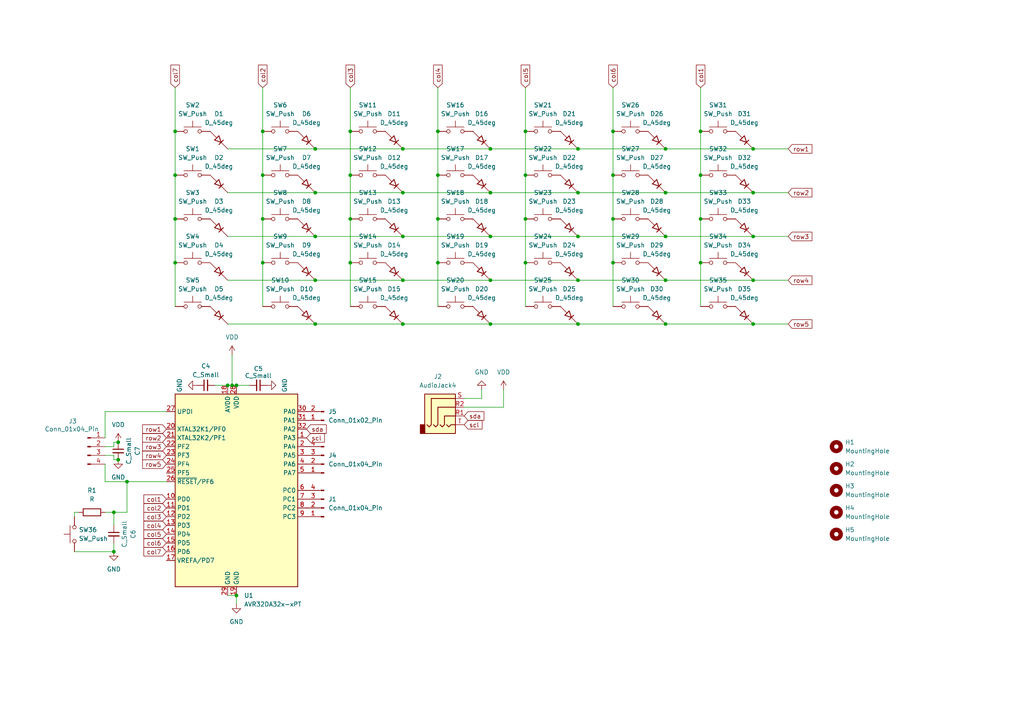
<source format=kicad_sch>
(kicad_sch (version 20231120) (generator "eeschema") (generator_version "8.0")
  (paper "A4")
  (lib_symbols
    (symbol "Connector:Conn_01x02_Pin" (pin_names (offset 1.016) hide)
      (property "Reference" "J" (at 0 2.54 0))
      (property "Value" "Conn_01x02_Pin" (at 0 -5.08 0))
      (symbol "Conn_01x02_Pin_1_1"
        (polyline (pts (xy 1.27 -2.54) (xy 0.8636 -2.54)) (stroke (width 0.1524)))
        (polyline (pts (xy 1.27 0) (xy 0.8636 0)) (stroke (width 0.1524)))
        (rectangle (start 0.8636 -2.413) (end 0 -2.667) (stroke (width 0.1524)) (fill (type outline)))
        (rectangle (start 0.8636 0.127) (end 0 -0.127) (stroke (width 0.1524)) (fill (type outline)))
        (pin passive line (at 5.08 0 180) (length 3.81) (name "Pin_1") (number "1"))
        (pin passive line (at 5.08 -2.54 180) (length 3.81) (name "Pin_2") (number "2"))
      )
    )
    (symbol "Connector:Conn_01x04_Pin" (pin_names (offset 1.016) hide)
      (property "Reference" "J" (at 0 5.08 0))
      (property "Value" "Conn_01x04_Pin" (at 0 -7.62 0))
      (symbol "Conn_01x04_Pin_1_1"
        (polyline (pts (xy 1.27 -5.08) (xy 0.8636 -5.08)) (stroke (width 0.1524)))
        (polyline (pts (xy 1.27 -2.54) (xy 0.8636 -2.54)) (stroke (width 0.1524)))
        (polyline (pts (xy 1.27 0) (xy 0.8636 0)) (stroke (width 0.1524)))
        (polyline (pts (xy 1.27 2.54) (xy 0.8636 2.54)) (stroke (width 0.1524)))
        (rectangle (start 0.8636 -4.953) (end 0 -5.207) (stroke (width 0.1524)) (fill (type outline)))
        (rectangle (start 0.8636 -2.413) (end 0 -2.667) (stroke (width 0.1524)) (fill (type outline)))
        (rectangle (start 0.8636 0.127) (end 0 -0.127) (stroke (width 0.1524)) (fill (type outline)))
        (rectangle (start 0.8636 2.667) (end 0 2.413) (stroke (width 0.1524)) (fill (type outline)))
        (pin passive line (at 5.08 2.54 180) (length 3.81) (name "Pin_1") (number "1"))
        (pin passive line (at 5.08 0 180) (length 3.81) (name "Pin_2") (number "2"))
        (pin passive line (at 5.08 -2.54 180) (length 3.81) (name "Pin_3") (number "3"))
        (pin passive line (at 5.08 -5.08 180) (length 3.81) (name "Pin_4") (number "4"))
      )
    )
    (symbol "Connector_Audio:AudioJack4"
      (property "Reference" "J" (at 0 8.89 0))
      (property "Value" "AudioJack4" (at 0 6.35 0))
      (symbol "AudioJack4_0_1"
        (rectangle (start -6.35 -5.08) (end -7.62 -7.62) (stroke (width 0.254)) (fill (type outline)))
        (polyline (pts (xy 0 -5.08) (xy 0.635 -5.715) (xy 1.27 -5.08) (xy 2.54 -5.08)) (stroke (width 0.254)))
        (polyline (pts (xy -5.715 -5.08) (xy -5.08 -5.715) (xy -4.445 -5.08) (xy -4.445 2.54) (xy 2.54 2.54)) (stroke (width 0.254)))
        (polyline (pts (xy -1.905 -5.08) (xy -1.27 -5.715) (xy -0.635 -5.08) (xy -0.635 -2.54) (xy 2.54 -2.54)) (stroke (width 0.254)))
        (polyline (pts (xy 2.54 0) (xy -2.54 0) (xy -2.54 -5.08) (xy -3.175 -5.715) (xy -3.81 -5.08)) (stroke (width 0.254)))
        (rectangle (start 2.54 3.81) (end -6.35 -7.62) (stroke (width 0.254)) (fill (type background)))
      )
      (symbol "AudioJack4_1_1"
        (pin passive line (at 5.08 -2.54 180) (length 2.54) (name "~") (number "R1"))
        (pin passive line (at 5.08 0 180) (length 2.54) (name "~") (number "R2"))
        (pin passive line (at 5.08 2.54 180) (length 2.54) (name "~") (number "S"))
        (pin passive line (at 5.08 -5.08 180) (length 2.54) (name "~") (number "T"))
      )
    )
    (symbol "Device:C_Small" (pin_numbers hide) (pin_names (offset 0.254) hide)
      (property "Reference" "C" (at 0.254 1.778 0))
      (property "Value" "C_Small" (at 0.254 -2.032 0))
      (symbol "C_Small_0_1"
        (polyline (pts (xy -1.524 -0.508) (xy 1.524 -0.508)) (stroke (width 0.3302)))
        (polyline (pts (xy -1.524 0.508) (xy 1.524 0.508)) (stroke (width 0.3048)))
      )
      (symbol "C_Small_1_1"
        (pin passive line (at 0 2.54 270) (length 2.032) (name "~") (number "1"))
        (pin passive line (at 0 -2.54 90) (length 2.032) (name "~") (number "2"))
      )
    )
    (symbol "Device:D_45deg" (pin_numbers hide) (pin_names (offset 0) hide)
      (property "Reference" "D" (at 1.27 2.54 0))
      (property "Value" "D_45deg" (at 1.27 0 0))
      (symbol "D_45deg_0_1"
        (polyline (pts (xy -0.635 0.635) (xy -2.54 2.54)))
        (polyline (pts (xy 0 -1.27) (xy 1.27 0)) (stroke (width 0.254)))
        (polyline (pts (xy 2.54 -2.54) (xy 0.635 -0.635)))
        (polyline (pts (xy -1.27 0) (xy 0 1.27) (xy 0.635 -0.635) (xy -1.27 0)) (stroke (width 0.254)))
      )
      (symbol "D_45deg_1_1"
        (pin passive line (at 2.54 -2.54 180) (length 0) (name "K") (number "1"))
        (pin passive line (at -2.54 2.54 0) (length 0) (name "A") (number "2"))
      )
    )
    (symbol "Device:R" (pin_numbers hide) (pin_names (offset 0))
      (property "Reference" "R" (at 2.032 0 90))
      (property "Value" "R" (at 0 0 90))
      (symbol "R_0_1"
        (rectangle (start -1.016 -2.54) (end 1.016 2.54) (stroke (width 0.254)))
      )
      (symbol "R_1_1"
        (pin passive line (at 0 3.81 270) (length 1.27) (name "~") (number "1"))
        (pin passive line (at 0 -3.81 90) (length 1.27) (name "~") (number "2"))
      )
    )
    (symbol "MCU_Microchip_AVR_Dx:AVR32DA32x-xPT"
      (property "Reference" "U1" (at 2.1941 -30.48 0))
      (property "Value" "AVR32DA32x-xPT" (at 2.1941 -33.02 0))
      (symbol "AVR32DA32x-xPT_0_1"
        (rectangle (start -17.78 27.94) (end 17.78 -27.94) (stroke (width 0.254)) (fill (type background)))
      )
      (symbol "AVR32DA32x-xPT_1_1"
        (pin bidirectional line (at 20.32 15.24 180) (length 2.54) (name "PA3") (number "1"))
        (pin bidirectional line (at -20.32 -2.54 0) (length 2.54) (name "PD0") (number "10"))
        (pin bidirectional line (at -20.32 -5.08 0) (length 2.54) (name "PD1") (number "11"))
        (pin bidirectional line (at -20.32 -7.62 0) (length 2.54) (name "PD2") (number "12"))
        (pin bidirectional line (at -20.32 -10.16 0) (length 2.54) (name "PD3") (number "13"))
        (pin bidirectional line (at -20.32 -12.7 0) (length 2.54) (name "PD4") (number "14"))
        (pin bidirectional line (at -20.32 -15.24 0) (length 2.54) (name "PD5") (number "15"))
        (pin bidirectional line (at -20.32 -17.78 0) (length 2.54) (name "PD6") (number "16"))
        (pin bidirectional line (at -20.32 -20.32 0) (length 2.54) (name "VREFA/PD7") (number "17"))
        (pin power_in line (at -2.54 30.48 270) (length 2.54) (name "AVDD") (number "18"))
        (pin power_in line (at 0 -30.48 90) (length 2.54) (name "GND") (number "19"))
        (pin bidirectional line (at 20.32 12.7 180) (length 2.54) (name "PA4") (number "2"))
        (pin bidirectional line (at -20.32 17.78 0) (length 2.54) (name "XTAL32K1/PF0") (number "20"))
        (pin bidirectional line (at -20.32 15.24 0) (length 2.54) (name "XTAL32K2/PF1") (number "21"))
        (pin bidirectional line (at -20.32 12.7 0) (length 2.54) (name "PF2") (number "22"))
        (pin bidirectional line (at -20.32 10.16 0) (length 2.54) (name "PF3") (number "23"))
        (pin bidirectional line (at -20.32 7.62 0) (length 2.54) (name "PF4") (number "24"))
        (pin bidirectional line (at -20.32 5.08 0) (length 2.54) (name "PF5") (number "25"))
        (pin bidirectional line (at -20.32 2.54 0) (length 2.54) (name "~{RESET}/PF6") (number "26"))
        (pin input line (at -20.32 22.86 0) (length 2.54) (name "UPDI") (number "27"))
        (pin power_in line (at 0 30.48 270) (length 2.54) (name "VDD") (number "28"))
        (pin power_in line (at -2.54 -30.48 90) (length 2.54) (name "GND") (number "29"))
        (pin bidirectional line (at 20.32 10.16 180) (length 2.54) (name "PA5") (number "3"))
        (pin bidirectional line (at 20.32 22.86 180) (length 2.54) (name "PA0") (number "30"))
        (pin bidirectional line (at 20.32 20.32 180) (length 2.54) (name "PA1") (number "31"))
        (pin bidirectional line (at 20.32 17.78 180) (length 2.54) (name "PA2") (number "32"))
        (pin bidirectional line (at 20.32 7.62 180) (length 2.54) (name "PA6") (number "4"))
        (pin bidirectional line (at 20.32 5.08 180) (length 2.54) (name "PA7") (number "5"))
        (pin bidirectional line (at 20.32 0 180) (length 2.54) (name "PC0") (number "6"))
        (pin bidirectional line (at 20.32 -2.54 180) (length 2.54) (name "PC1") (number "7"))
        (pin bidirectional line (at 20.32 -5.08 180) (length 2.54) (name "PC2") (number "8"))
        (pin bidirectional line (at 20.32 -7.62 180) (length 2.54) (name "PC3") (number "9"))
      )
    )
    (symbol "Mechanical:MountingHole" (pin_names (offset 1.016)) (exclude_from_sim yes) (in_bom no)
      (property "Reference" "H" (at 0 5.08 0))
      (property "Value" "MountingHole" (at 0 3.175 0))
      (symbol "MountingHole_0_1"
        (circle (center 0 0) (radius 1.27) (stroke (width 1.27)))
      )
    )
    (symbol "Switch:SW_Push" (pin_numbers hide) (pin_names (offset 1.016) hide)
      (property "Reference" "SW" (at 1.27 2.54 0))
      (property "Value" "SW_Push" (at 0 -1.524 0))
      (symbol "SW_Push_0_1"
        (circle (center -2.032 0) (radius 0.508))
        (polyline (pts (xy 0 1.27) (xy 0 3.048)))
        (polyline (pts (xy 2.54 1.27) (xy -2.54 1.27)))
        (circle (center 2.032 0) (radius 0.508))
        (pin passive line (at -5.08 0 0) (length 2.54) (name "1") (number "1"))
        (pin passive line (at 5.08 0 180) (length 2.54) (name "2") (number "2"))
      )
    )
    (symbol "power:GND" (power) (pin_numbers hide) (pin_names (offset 0) hide)
      (property "Value" "GND" (at 0 -3.81 0))
      (symbol "GND_0_1"
        (polyline (pts (xy 0 0) (xy 0 -1.27) (xy 1.27 -1.27) (xy 0 -2.54) (xy -1.27 -1.27) (xy 0 -1.27)))
      )
      (symbol "GND_1_1"
        (pin power_in line (at 0 0 270) (length 0) (name "~") (number "1"))
      )
    )
    (symbol "power:VDD" (power) (pin_numbers hide) (pin_names (offset 0) hide)
      (property "Value" "VDD" (at 0 3.556 0))
      (symbol "VDD_0_1"
        (polyline (pts (xy -0.762 1.27) (xy 0 2.54)))
        (polyline (pts (xy 0 0) (xy 0 2.54)))
        (polyline (pts (xy 0 2.54) (xy 0.762 1.27)))
      )
      (symbol "VDD_1_1"
        (pin power_in line (at 0 0 90) (length 0) (name "~") (number "1"))
      )
    )
  )
  (junction (at 203.2 76.2))
  (junction (at 127 38.1))
  (junction (at 218.44 93.98))
  (junction (at 167.64 93.98))
  (junction (at 127 76.2))
  (junction (at 76.2 76.2))
  (junction (at 101.6 38.1))
  (junction (at 116.84 43.18))
  (junction (at 152.4 50.8))
  (junction (at 116.84 55.88))
  (junction (at 218.44 68.58))
  (junction (at 76.2 50.8))
  (junction (at 67.31 111.76))
  (junction (at 177.8 63.5))
  (junction (at 116.84 93.98))
  (junction (at 127 63.5))
  (junction (at 177.8 50.8))
  (junction (at 50.8 50.8))
  (junction (at 218.44 81.28))
  (junction (at 116.84 68.58))
  (junction (at 152.4 76.2))
  (junction (at 167.64 55.88))
  (junction (at 152.4 38.1))
  (junction (at 218.44 55.88))
  (junction (at 203.2 63.5))
  (junction (at 193.04 93.98))
  (junction (at 177.8 76.2))
  (junction (at 203.2 50.8))
  (junction (at 167.64 68.58))
  (junction (at 91.44 81.28))
  (junction (at 203.2 38.1))
  (junction (at 50.8 38.1))
  (junction (at 76.2 38.1))
  (junction (at 101.6 76.2))
  (junction (at 127 50.8))
  (junction (at 68.58 111.76))
  (junction (at 34.29 128.27))
  (junction (at 91.44 55.88))
  (junction (at 91.44 68.58))
  (junction (at 193.04 43.18))
  (junction (at 193.04 68.58))
  (junction (at 101.6 63.5))
  (junction (at 142.24 93.98))
  (junction (at 193.04 55.88))
  (junction (at 68.58 172.72))
  (junction (at 142.24 68.58))
  (junction (at 218.44 43.18))
  (junction (at 34.29 133.35))
  (junction (at 167.64 81.28))
  (junction (at 177.8 38.1))
  (junction (at 76.2 63.5))
  (junction (at 101.6 50.8))
  (junction (at 66.04 111.76))
  (junction (at 91.44 93.98))
  (junction (at 142.24 81.28))
  (junction (at 91.44 43.18))
  (junction (at 50.8 63.5))
  (junction (at 116.84 81.28))
  (junction (at 142.24 55.88))
  (junction (at 33.02 160.02))
  (junction (at 50.8 76.2))
  (junction (at 193.04 81.28))
  (junction (at 33.02 148.59))
  (junction (at 167.64 43.18))
  (junction (at 152.4 63.5))
  (junction (at 36.83 139.7))
  (junction (at 142.24 43.18))
  (wire (pts (xy 218.44 81.28) (xy 228.6 81.28)))
  (wire (pts (xy 66.04 55.88) (xy 91.44 55.88)))
  (wire (pts (xy 116.84 93.98) (xy 142.24 93.98)))
  (wire (pts (xy 30.48 119.38) (xy 48.26 119.38)))
  (wire (pts (xy 67.31 102.87) (xy 67.31 111.76)))
  (wire (pts (xy 127 50.8) (xy 127 63.5)))
  (wire (pts (xy 50.8 76.2) (xy 50.8 88.9)))
  (wire (pts (xy 21.59 160.02) (xy 33.02 160.02)))
  (wire (pts (xy 127 38.1) (xy 127 50.8)))
  (wire (pts (xy 142.24 43.18) (xy 167.64 43.18)))
  (wire (pts (xy 203.2 50.8) (xy 203.2 63.5)))
  (wire (pts (xy 193.04 81.28) (xy 218.44 81.28)))
  (wire (pts (xy 127 25.4) (xy 127 38.1)))
  (wire (pts (xy 33.02 132.08) (xy 30.48 132.08)))
  (wire (pts (xy 33.02 128.27) (xy 34.29 128.27)))
  (wire (pts (xy 142.24 93.98) (xy 167.64 93.98)))
  (wire (pts (xy 48.26 139.7) (xy 36.83 139.7)))
  (wire (pts (xy 101.6 63.5) (xy 101.6 76.2)))
  (wire (pts (xy 116.84 81.28) (xy 142.24 81.28)))
  (wire (pts (xy 33.02 148.59) (xy 30.48 148.59)))
  (wire (pts (xy 152.4 50.8) (xy 152.4 63.5)))
  (wire (pts (xy 177.8 76.2) (xy 177.8 88.9)))
  (wire (pts (xy 62.23 111.76) (xy 66.04 111.76)))
  (wire (pts (xy 177.8 38.1) (xy 177.8 50.8)))
  (wire (pts (xy 203.2 38.1) (xy 203.2 50.8)))
  (wire (pts (xy 116.84 55.88) (xy 142.24 55.88)))
  (wire (pts (xy 193.04 55.88) (xy 218.44 55.88)))
  (wire (pts (xy 203.2 76.2) (xy 203.2 88.9)))
  (wire (pts (xy 167.64 55.88) (xy 193.04 55.88)))
  (wire (pts (xy 30.48 134.62) (xy 30.48 139.7)))
  (wire (pts (xy 66.04 43.18) (xy 91.44 43.18)))
  (wire (pts (xy 50.8 50.8) (xy 50.8 63.5)))
  (wire (pts (xy 33.02 133.35) (xy 33.02 132.08)))
  (wire (pts (xy 101.6 76.2) (xy 101.6 88.9)))
  (wire (pts (xy 66.04 111.76) (xy 67.31 111.76)))
  (wire (pts (xy 167.64 93.98) (xy 193.04 93.98)))
  (wire (pts (xy 91.44 68.58) (xy 116.84 68.58)))
  (wire (pts (xy 142.24 68.58) (xy 167.64 68.58)))
  (wire (pts (xy 218.44 93.98) (xy 228.6 93.98)))
  (wire (pts (xy 203.2 25.4) (xy 203.2 38.1)))
  (wire (pts (xy 167.64 81.28) (xy 193.04 81.28)))
  (wire (pts (xy 177.8 63.5) (xy 177.8 76.2)))
  (wire (pts (xy 152.4 76.2) (xy 152.4 88.9)))
  (wire (pts (xy 167.64 43.18) (xy 193.04 43.18)))
  (wire (pts (xy 50.8 38.1) (xy 50.8 50.8)))
  (wire (pts (xy 91.44 93.98) (xy 116.84 93.98)))
  (wire (pts (xy 36.83 148.59) (xy 36.83 139.7)))
  (wire (pts (xy 67.31 111.76) (xy 68.58 111.76)))
  (wire (pts (xy 127 76.2) (xy 127 88.9)))
  (wire (pts (xy 91.44 55.88) (xy 116.84 55.88)))
  (wire (pts (xy 66.04 68.58) (xy 91.44 68.58)))
  (wire (pts (xy 33.02 148.59) (xy 36.83 148.59)))
  (wire (pts (xy 203.2 63.5) (xy 203.2 76.2)))
  (wire (pts (xy 33.02 133.35) (xy 34.29 133.35)))
  (wire (pts (xy 193.04 68.58) (xy 218.44 68.58)))
  (wire (pts (xy 116.84 68.58) (xy 142.24 68.58)))
  (wire (pts (xy 30.48 119.38) (xy 30.48 127)))
  (wire (pts (xy 152.4 25.4) (xy 152.4 38.1)))
  (wire (pts (xy 193.04 93.98) (xy 218.44 93.98)))
  (wire (pts (xy 50.8 63.5) (xy 50.8 76.2)))
  (wire (pts (xy 91.44 43.18) (xy 116.84 43.18)))
  (wire (pts (xy 33.02 152.4) (xy 33.02 148.59)))
  (wire (pts (xy 177.8 25.4) (xy 177.8 38.1)))
  (wire (pts (xy 134.62 118.11) (xy 146.05 118.11)))
  (wire (pts (xy 218.44 55.88) (xy 228.6 55.88)))
  (wire (pts (xy 101.6 25.4) (xy 101.6 38.1)))
  (wire (pts (xy 33.02 157.48) (xy 33.02 160.02)))
  (wire (pts (xy 193.04 43.18) (xy 218.44 43.18)))
  (wire (pts (xy 22.86 148.59) (xy 21.59 148.59)))
  (wire (pts (xy 218.44 43.18) (xy 228.6 43.18)))
  (wire (pts (xy 91.44 81.28) (xy 116.84 81.28)))
  (wire (pts (xy 142.24 81.28) (xy 167.64 81.28)))
  (wire (pts (xy 139.7 115.57) (xy 139.7 113.03)))
  (wire (pts (xy 101.6 38.1) (xy 101.6 50.8)))
  (wire (pts (xy 152.4 38.1) (xy 152.4 50.8)))
  (wire (pts (xy 152.4 63.5) (xy 152.4 76.2)))
  (wire (pts (xy 146.05 118.11) (xy 146.05 113.03)))
  (wire (pts (xy 33.02 128.27) (xy 33.02 129.54)))
  (wire (pts (xy 101.6 50.8) (xy 101.6 63.5)))
  (wire (pts (xy 66.04 172.72) (xy 68.58 172.72)))
  (wire (pts (xy 218.44 68.58) (xy 228.6 68.58)))
  (wire (pts (xy 76.2 63.5) (xy 76.2 76.2)))
  (wire (pts (xy 76.2 25.4) (xy 76.2 38.1)))
  (wire (pts (xy 76.2 38.1) (xy 76.2 50.8)))
  (wire (pts (xy 50.8 25.4) (xy 50.8 38.1)))
  (wire (pts (xy 76.2 50.8) (xy 76.2 63.5)))
  (wire (pts (xy 68.58 111.76) (xy 72.39 111.76)))
  (wire (pts (xy 21.59 148.59) (xy 21.59 149.86)))
  (wire (pts (xy 142.24 55.88) (xy 167.64 55.88)))
  (wire (pts (xy 127 63.5) (xy 127 76.2)))
  (wire (pts (xy 66.04 93.98) (xy 91.44 93.98)))
  (wire (pts (xy 76.2 76.2) (xy 76.2 88.9)))
  (wire (pts (xy 167.64 68.58) (xy 193.04 68.58)))
  (wire (pts (xy 30.48 139.7) (xy 36.83 139.7)))
  (wire (pts (xy 33.02 129.54) (xy 30.48 129.54)))
  (wire (pts (xy 134.62 115.57) (xy 139.7 115.57)))
  (wire (pts (xy 177.8 50.8) (xy 177.8 63.5)))
  (wire (pts (xy 66.04 81.28) (xy 91.44 81.28)))
  (wire (pts (xy 116.84 43.18) (xy 142.24 43.18)))
  (wire (pts (xy 68.58 172.72) (xy 68.58 175.26)))
  (global_label "col1" (shape input) (at 48.26 144.78 180) (property "Intersheetrefs" "${INTERSHEET_REFS}" (effects (hide yes))))
  (global_label "row4" (shape input) (at 48.26 132.08 180) (property "Intersheetrefs" "${INTERSHEET_REFS}" (effects (hide yes))))
  (global_label "col7" (shape input) (at 48.26 160.02 180) (property "Intersheetrefs" "${INTERSHEET_REFS}" (effects (hide yes))))
  (global_label "col4" (shape input) (at 127 25.4 90) (property "Intersheetrefs" "${INTERSHEET_REFS}" (effects (hide yes))))
  (global_label "col4" (shape input) (at 48.26 152.4 180) (property "Intersheetrefs" "${INTERSHEET_REFS}" (effects (hide yes))))
  (global_label "row5" (shape input) (at 48.26 134.62 180) (property "Intersheetrefs" "${INTERSHEET_REFS}" (effects (hide yes))))
  (global_label "row2" (shape input) (at 228.6 55.88 0) (property "Intersheetrefs" "${INTERSHEET_REFS}" (effects (hide yes))))
  (global_label "col5" (shape input) (at 152.4 25.4 90) (property "Intersheetrefs" "${INTERSHEET_REFS}" (effects (hide yes))))
  (global_label "row4" (shape input) (at 228.6 81.28 0) (property "Intersheetrefs" "${INTERSHEET_REFS}" (effects (hide yes))))
  (global_label "col2" (shape input) (at 76.2 25.4 90) (property "Intersheetrefs" "${INTERSHEET_REFS}" (effects (hide yes))))
  (global_label "col7" (shape input) (at 50.8 25.4 90) (property "Intersheetrefs" "${INTERSHEET_REFS}" (effects (hide yes))))
  (global_label "sda" (shape input) (at 134.62 120.65 0) (property "Intersheetrefs" "${INTERSHEET_REFS}" (effects (hide yes))))
  (global_label "row3" (shape input) (at 228.6 68.58 0) (property "Intersheetrefs" "${INTERSHEET_REFS}" (effects (hide yes))))
  (global_label "col6" (shape input) (at 177.8 25.4 90) (property "Intersheetrefs" "${INTERSHEET_REFS}" (effects (hide yes))))
  (global_label "row1" (shape input) (at 48.26 124.46 180) (property "Intersheetrefs" "${INTERSHEET_REFS}" (effects (hide yes))))
  (global_label "row3" (shape input) (at 48.26 129.54 180) (property "Intersheetrefs" "${INTERSHEET_REFS}" (effects (hide yes))))
  (global_label "col3" (shape input) (at 101.6 25.4 90) (property "Intersheetrefs" "${INTERSHEET_REFS}" (effects (hide yes))))
  (global_label "col2" (shape input) (at 48.26 147.32 180) (property "Intersheetrefs" "${INTERSHEET_REFS}" (effects (hide yes))))
  (global_label "scl" (shape input) (at 134.62 123.19 0) (property "Intersheetrefs" "${INTERSHEET_REFS}" (effects (hide yes))))
  (global_label "row5" (shape input) (at 228.6 93.98 0) (property "Intersheetrefs" "${INTERSHEET_REFS}" (effects (hide yes))))
  (global_label "col1" (shape input) (at 203.2 25.4 90) (property "Intersheetrefs" "${INTERSHEET_REFS}" (effects (hide yes))))
  (global_label "scl" (shape input) (at 88.9 127 0) (property "Intersheetrefs" "${INTERSHEET_REFS}" (effects (hide yes))))
  (global_label "sda" (shape input) (at 88.9 124.46 0) (property "Intersheetrefs" "${INTERSHEET_REFS}" (effects (hide yes))))
  (global_label "row1" (shape input) (at 228.6 43.18 0) (property "Intersheetrefs" "${INTERSHEET_REFS}" (effects (hide yes))))
  (global_label "col3" (shape input) (at 48.26 149.86 180) (property "Intersheetrefs" "${INTERSHEET_REFS}" (effects (hide yes))))
  (global_label "col5" (shape input) (at 48.26 154.94 180) (property "Intersheetrefs" "${INTERSHEET_REFS}" (effects (hide yes))))
  (global_label "col6" (shape input) (at 48.26 157.48 180) (property "Intersheetrefs" "${INTERSHEET_REFS}" (effects (hide yes))))
  (global_label "row2" (shape input) (at 48.26 127 180) (property "Intersheetrefs" "${INTERSHEET_REFS}" (effects (hide yes))))
  (symbol (lib_id "Switch:SW_Push") (at 132.08 38.1 0) (unit 1)
    (property "Reference" "SW16" (at 132.08 30.48 0))
    (property "Value" "SW_Push" (at 132.08 33.02 0))
    (property "Footprint" "Button_Switch_Keyboard:SW_Cherry_MX_1.00u_PCB" (effects (hide yes)))
    (property "Description" "Push button switch, generic, two pins" (effects (hide yes)))
  )
  (symbol (lib_id "Device:D_45deg") (at 165.1 78.74 0) (unit 1)
    (property "Reference" "D24" (at 165.1 71.12 0))
    (property "Value" "D_45deg" (at 165.1 73.66 0))
    (property "Footprint" "Diode_THT:D_DO-35_SOD27_P3.81mm_Vertical_AnodeUp" (effects (hide yes)))
    (property "Description" "Diode, rotated by 45°" (effects (hide yes)))
    (property "Sim.Device" "D" (effects (hide yes)))
    (property "Sim.Pins" "1=K 2=A" (effects (hide yes)))
  )
  (symbol (lib_id "Switch:SW_Push") (at 132.08 63.5 0) (unit 1)
    (property "Reference" "SW18" (at 132.08 55.88 0))
    (property "Value" "SW_Push" (at 132.08 58.42 0))
    (property "Footprint" "Button_Switch_Keyboard:SW_Cherry_MX_1.00u_PCB" (effects (hide yes)))
    (property "Description" "Push button switch, generic, two pins" (effects (hide yes)))
  )
  (symbol (lib_id "Device:D_45deg") (at 88.9 53.34 0) (unit 1)
    (property "Reference" "D7" (at 88.9 45.72 0))
    (property "Value" "D_45deg" (at 88.9 48.26 0))
    (property "Footprint" "Diode_THT:D_DO-35_SOD27_P3.81mm_Vertical_AnodeUp" (effects (hide yes)))
    (property "Description" "Diode, rotated by 45°" (effects (hide yes)))
    (property "Sim.Device" "D" (effects (hide yes)))
    (property "Sim.Pins" "1=K 2=A" (effects (hide yes)))
  )
  (symbol (lib_id "Device:D_45deg") (at 63.5 53.34 0) (unit 1)
    (property "Reference" "D2" (at 63.5 45.72 0))
    (property "Value" "D_45deg" (at 63.5 48.26 0))
    (property "Footprint" "Diode_THT:D_DO-35_SOD27_P3.81mm_Vertical_AnodeUp" (effects (hide yes)))
    (property "Description" "Diode, rotated by 45°" (effects (hide yes)))
    (property "Sim.Device" "D" (effects (hide yes)))
    (property "Sim.Pins" "1=K 2=A" (effects (hide yes)))
  )
  (symbol (lib_id "Device:D_45deg") (at 165.1 40.64 0) (unit 1)
    (property "Reference" "D21" (at 165.1 33.02 0))
    (property "Value" "D_45deg" (at 165.1 35.56 0))
    (property "Footprint" "Diode_THT:D_DO-35_SOD27_P3.81mm_Vertical_AnodeUp" (effects (hide yes)))
    (property "Description" "Diode, rotated by 45°" (effects (hide yes)))
    (property "Sim.Device" "D" (effects (hide yes)))
    (property "Sim.Pins" "1=K 2=A" (effects (hide yes)))
  )
  (symbol (lib_id "Switch:SW_Push") (at 21.59 154.94 90) (unit 1)
    (property "Reference" "SW36" (at 22.86 153.6699 90) (effects (justify right)))
    (property "Value" "SW_Push" (at 22.86 156.2099 90) (effects (justify right)))
    (property "Footprint" "Button_Switch_SMD:SW_Tactile_SPST_NO_Straight_CK_PTS636Sx25SMTRLFS" (effects (hide yes)))
    (property "Description" "Push button switch, generic, two pins" (effects (hide yes)))
  )
  (symbol (lib_id "Device:D_45deg") (at 190.5 78.74 0) (unit 1)
    (property "Reference" "D29" (at 190.5 71.12 0))
    (property "Value" "D_45deg" (at 190.5 73.66 0))
    (property "Footprint" "Diode_THT:D_DO-35_SOD27_P3.81mm_Vertical_AnodeUp" (effects (hide yes)))
    (property "Description" "Diode, rotated by 45°" (effects (hide yes)))
    (property "Sim.Device" "D" (effects (hide yes)))
    (property "Sim.Pins" "1=K 2=A" (effects (hide yes)))
  )
  (symbol (lib_id "Switch:SW_Push") (at 182.88 50.8 0) (unit 1)
    (property "Reference" "SW27" (at 182.88 43.18 0))
    (property "Value" "SW_Push" (at 182.88 45.72 0))
    (property "Footprint" "Button_Switch_Keyboard:SW_Cherry_MX_1.00u_PCB" (effects (hide yes)))
    (property "Description" "Push button switch, generic, two pins" (effects (hide yes)))
  )
  (symbol (lib_id "Switch:SW_Push") (at 208.28 88.9 0) (unit 1)
    (property "Reference" "SW35" (at 208.28 81.28 0))
    (property "Value" "SW_Push" (at 208.28 83.82 0))
    (property "Footprint" "Button_Switch_Keyboard:SW_Cherry_MX_1.75u_PCB" (effects (hide yes)))
    (property "Description" "Push button switch, generic, two pins" (effects (hide yes)))
  )
  (symbol (lib_id "Device:D_45deg") (at 190.5 91.44 0) (unit 1)
    (property "Reference" "D30" (at 190.5 83.82 0))
    (property "Value" "D_45deg" (at 190.5 86.36 0))
    (property "Footprint" "Diode_THT:D_DO-35_SOD27_P3.81mm_Vertical_AnodeUp" (effects (hide yes)))
    (property "Description" "Diode, rotated by 45°" (effects (hide yes)))
    (property "Sim.Device" "D" (effects (hide yes)))
    (property "Sim.Pins" "1=K 2=A" (effects (hide yes)))
  )
  (symbol (lib_id "Switch:SW_Push") (at 208.28 76.2 0) (unit 1)
    (property "Reference" "SW34" (at 208.28 68.58 0))
    (property "Value" "SW_Push" (at 208.28 71.12 0))
    (property "Footprint" "Button_Switch_Keyboard:SW_Cherry_MX_1.50u_PCB" (effects (hide yes)))
    (property "Description" "Push button switch, generic, two pins" (effects (hide yes)))
  )
  (symbol (lib_id "power:VDD") (at 146.05 113.03 0) (unit 1)
    (property "Reference" "#PWR011" (effects (hide yes)))
    (property "Value" "VDD" (at 146.05 107.95 0))
    (property "Description" "Power symbol creates a global label with name \"VDD\"" (effects (hide yes)))
  )
  (symbol (lib_id "Mechanical:MountingHole") (at 242.57 135.89 0) (unit 1) (exclude_from_sim yes) (in_bom no)
    (property "Reference" "H2" (at 245.11 134.6199 0) (effects (justify left)))
    (property "Value" "MountingHole" (at 245.11 137.1599 0) (effects (justify left)))
    (property "Footprint" "MountingHole:MountingHole_2.1mm" (effects (hide yes)))
    (property "Description" "Mounting Hole without connection" (effects (hide yes)))
  )
  (symbol (lib_id "Switch:SW_Push") (at 81.28 50.8 0) (unit 1)
    (property "Reference" "SW7" (at 81.28 43.18 0))
    (property "Value" "SW_Push" (at 81.28 45.72 0))
    (property "Footprint" "Button_Switch_Keyboard:SW_Cherry_MX_1.00u_PCB" (effects (hide yes)))
    (property "Description" "Push button switch, generic, two pins" (effects (hide yes)))
  )
  (symbol (lib_id "Switch:SW_Push") (at 157.48 38.1 0) (unit 1)
    (property "Reference" "SW21" (at 157.48 30.48 0))
    (property "Value" "SW_Push" (at 157.48 33.02 0))
    (property "Footprint" "Button_Switch_Keyboard:SW_Cherry_MX_1.00u_PCB" (effects (hide yes)))
    (property "Description" "Push button switch, generic, two pins" (effects (hide yes)))
  )
  (symbol (lib_id "Device:D_45deg") (at 139.7 53.34 0) (unit 1)
    (property "Reference" "D17" (at 139.7 45.72 0))
    (property "Value" "D_45deg" (at 139.7 48.26 0))
    (property "Footprint" "Diode_THT:D_DO-35_SOD27_P3.81mm_Vertical_AnodeUp" (effects (hide yes)))
    (property "Description" "Diode, rotated by 45°" (effects (hide yes)))
    (property "Sim.Device" "D" (effects (hide yes)))
    (property "Sim.Pins" "1=K 2=A" (effects (hide yes)))
  )
  (symbol (lib_id "Device:C_Small") (at 33.02 154.94 0) (unit 1)
    (property "Reference" "C6" (at 38.608 154.94 90))
    (property "Value" "C_Small" (at 36.068 154.94 90))
    (property "Footprint" "Capacitor_SMD:C_0603_1608Metric" (effects (hide yes)))
    (property "Description" "Unpolarized capacitor, small symbol" (effects (hide yes)))
  )
  (symbol (lib_id "Device:D_45deg") (at 63.5 40.64 0) (unit 1)
    (property "Reference" "D1" (at 63.5 33.02 0))
    (property "Value" "D_45deg" (at 63.5 35.56 0))
    (property "Footprint" "Diode_THT:D_DO-35_SOD27_P3.81mm_Vertical_AnodeUp" (effects (hide yes)))
    (property "Description" "Diode, rotated by 45°" (effects (hide yes)))
    (property "Sim.Device" "D" (effects (hide yes)))
    (property "Sim.Pins" "1=K 2=A" (effects (hide yes)))
  )
  (symbol (lib_id "Mechanical:MountingHole") (at 242.57 129.54 0) (unit 1) (exclude_from_sim yes) (in_bom no)
    (property "Reference" "H1" (at 245.11 128.2699 0) (effects (justify left)))
    (property "Value" "MountingHole" (at 245.11 130.8099 0) (effects (justify left)))
    (property "Footprint" "MountingHole:MountingHole_2.1mm" (effects (hide yes)))
    (property "Description" "Mounting Hole without connection" (effects (hide yes)))
  )
  (symbol (lib_id "Device:D_45deg") (at 190.5 53.34 0) (unit 1)
    (property "Reference" "D27" (at 190.5 45.72 0))
    (property "Value" "D_45deg" (at 190.5 48.26 0))
    (property "Footprint" "Diode_THT:D_DO-35_SOD27_P3.81mm_Vertical_AnodeUp" (effects (hide yes)))
    (property "Description" "Diode, rotated by 45°" (effects (hide yes)))
    (property "Sim.Device" "D" (effects (hide yes)))
    (property "Sim.Pins" "1=K 2=A" (effects (hide yes)))
  )
  (symbol (lib_id "Device:D_45deg") (at 63.5 78.74 0) (unit 1)
    (property "Reference" "D4" (at 63.5 71.12 0))
    (property "Value" "D_45deg" (at 63.5 73.66 0))
    (property "Footprint" "Diode_THT:D_DO-35_SOD27_P3.81mm_Vertical_AnodeUp" (effects (hide yes)))
    (property "Description" "Diode, rotated by 45°" (effects (hide yes)))
    (property "Sim.Device" "D" (effects (hide yes)))
    (property "Sim.Pins" "1=K 2=A" (effects (hide yes)))
  )
  (symbol (lib_id "Switch:SW_Push") (at 81.28 76.2 0) (unit 1)
    (property "Reference" "SW9" (at 81.28 68.58 0))
    (property "Value" "SW_Push" (at 81.28 71.12 0))
    (property "Footprint" "Button_Switch_Keyboard:SW_Cherry_MX_1.00u_PCB" (effects (hide yes)))
    (property "Description" "Push button switch, generic, two pins" (effects (hide yes)))
  )
  (symbol (lib_id "Switch:SW_Push") (at 208.28 38.1 0) (unit 1)
    (property "Reference" "SW31" (at 208.28 30.48 0))
    (property "Value" "SW_Push" (at 208.28 33.02 0))
    (property "Footprint" "Button_Switch_Keyboard:SW_Cherry_MX_1.00u_PCB" (effects (hide yes)))
    (property "Description" "Push button switch, generic, two pins" (effects (hide yes)))
  )
  (symbol (lib_id "Switch:SW_Push") (at 55.88 88.9 0) (unit 1)
    (property "Reference" "SW5" (at 55.88 81.28 0))
    (property "Value" "SW_Push" (at 55.88 83.82 0))
    (property "Footprint" "Button_Switch_Keyboard:SW_Cherry_MX_1.50u_PCB" (effects (hide yes)))
    (property "Description" "Push button switch, generic, two pins" (effects (hide yes)))
  )
  (symbol (lib_id "Switch:SW_Push") (at 182.88 63.5 0) (unit 1)
    (property "Reference" "SW28" (at 182.88 55.88 0))
    (property "Value" "SW_Push" (at 182.88 58.42 0))
    (property "Footprint" "Button_Switch_Keyboard:SW_Cherry_MX_1.00u_PCB" (effects (hide yes)))
    (property "Description" "Push button switch, generic, two pins" (effects (hide yes)))
  )
  (symbol (lib_id "Switch:SW_Push") (at 106.68 88.9 0) (unit 1)
    (property "Reference" "SW15" (at 106.68 81.28 0))
    (property "Value" "SW_Push" (at 106.68 83.82 0))
    (property "Footprint" "Button_Switch_Keyboard:SW_Cherry_MX_1.00u_PCB" (effects (hide yes)))
    (property "Description" "Push button switch, generic, two pins" (effects (hide yes)))
  )
  (symbol (lib_id "Connector:Conn_01x04_Pin") (at 93.98 147.32 180) (unit 1)
    (property "Reference" "J1" (at 95.25 144.7799 0) (effects (justify right)))
    (property "Value" "Conn_01x04_Pin" (at 95.25 147.3199 0) (effects (justify right)))
    (property "Footprint" "Connector:FanPinHeader_1x04_P2.54mm_Vertical" (effects (hide yes)))
    (property "Description" "Generic connector, single row, 01x04, script generated" (effects (hide yes)))
  )
  (symbol (lib_id "Connector:Conn_01x04_Pin") (at 25.4 129.54 0) (unit 1)
    (property "Reference" "J3" (at 21.082 122.174 0))
    (property "Value" "Conn_01x04_Pin" (at 20.828 124.46 0))
    (property "Footprint" "Connector:FanPinHeader_1x04_P2.54mm_Vertical" (effects (hide yes)))
    (property "Description" "Generic connector, single row, 01x04, script generated" (effects (hide yes)))
  )
  (symbol (lib_id "Switch:SW_Push") (at 208.28 50.8 0) (unit 1)
    (property "Reference" "SW32" (at 208.28 43.18 0))
    (property "Value" "SW_Push" (at 208.28 45.72 0))
    (property "Footprint" "Button_Switch_Keyboard:SW_Cherry_MX_1.00u_PCB" (effects (hide yes)))
    (property "Description" "Push button switch, generic, two pins" (effects (hide yes)))
  )
  (symbol (lib_id "Device:D_45deg") (at 215.9 40.64 0) (unit 1)
    (property "Reference" "D31" (at 215.9 33.02 0))
    (property "Value" "D_45deg" (at 215.9 35.56 0))
    (property "Footprint" "Diode_THT:D_DO-35_SOD27_P3.81mm_Vertical_AnodeUp" (effects (hide yes)))
    (property "Description" "Diode, rotated by 45°" (effects (hide yes)))
    (property "Sim.Device" "D" (effects (hide yes)))
    (property "Sim.Pins" "1=K 2=A" (effects (hide yes)))
  )
  (symbol (lib_id "Connector:Conn_01x02_Pin") (at 93.98 121.92 180) (unit 1)
    (property "Reference" "J5" (at 95.25 119.3799 0) (effects (justify right)))
    (property "Value" "Conn_01x02_Pin" (at 95.25 121.9199 0) (effects (justify right)))
    (property "Footprint" "Connector_PinHeader_2.54mm:PinHeader_1x02_P2.54mm_Vertical" (effects (hide yes)))
    (property "Description" "Generic connector, single row, 01x02, script generated" (effects (hide yes)))
  )
  (symbol (lib_id "Switch:SW_Push") (at 182.88 76.2 0) (unit 1)
    (property "Reference" "SW29" (at 182.88 68.58 0))
    (property "Value" "SW_Push" (at 182.88 71.12 0))
    (property "Footprint" "Button_Switch_Keyboard:SW_Cherry_MX_1.00u_PCB" (effects (hide yes)))
    (property "Description" "Push button switch, generic, two pins" (effects (hide yes)))
  )
  (symbol (lib_id "power:GND") (at 139.7 113.03 180) (unit 1)
    (property "Reference" "#PWR010" (effects (hide yes)))
    (property "Value" "GND" (at 139.7 107.95 0))
    (property "Description" "Power symbol creates a global label with name \"GND\" , ground" (effects (hide yes)))
  )
  (symbol (lib_id "Device:D_45deg") (at 165.1 66.04 0) (unit 1)
    (property "Reference" "D23" (at 165.1 58.42 0))
    (property "Value" "D_45deg" (at 165.1 60.96 0))
    (property "Footprint" "Diode_THT:D_DO-35_SOD27_P3.81mm_Vertical_AnodeUp" (effects (hide yes)))
    (property "Description" "Diode, rotated by 45°" (effects (hide yes)))
    (property "Sim.Device" "D" (effects (hide yes)))
    (property "Sim.Pins" "1=K 2=A" (effects (hide yes)))
  )
  (symbol (lib_id "Device:D_45deg") (at 139.7 66.04 0) (unit 1)
    (property "Reference" "D18" (at 139.7 58.42 0))
    (property "Value" "D_45deg" (at 139.7 60.96 0))
    (property "Footprint" "Diode_THT:D_DO-35_SOD27_P3.81mm_Vertical_AnodeUp" (effects (hide yes)))
    (property "Description" "Diode, rotated by 45°" (effects (hide yes)))
    (property "Sim.Device" "D" (effects (hide yes)))
    (property "Sim.Pins" "1=K 2=A" (effects (hide yes)))
  )
  (symbol (lib_id "Device:D_45deg") (at 114.3 78.74 0) (unit 1)
    (property "Reference" "D14" (at 114.3 71.12 0))
    (property "Value" "D_45deg" (at 114.3 73.66 0))
    (property "Footprint" "Diode_THT:D_DO-35_SOD27_P3.81mm_Vertical_AnodeUp" (effects (hide yes)))
    (property "Description" "Diode, rotated by 45°" (effects (hide yes)))
    (property "Sim.Device" "D" (effects (hide yes)))
    (property "Sim.Pins" "1=K 2=A" (effects (hide yes)))
  )
  (symbol (lib_id "Switch:SW_Push") (at 132.08 88.9 0) (unit 1)
    (property "Reference" "SW20" (at 132.08 81.28 0))
    (property "Value" "SW_Push" (at 132.08 83.82 0))
    (property "Footprint" "Button_Switch_Keyboard:SW_Cherry_MX_1.00u_PCB" (effects (hide yes)))
    (property "Description" "Push button switch, generic, two pins" (effects (hide yes)))
  )
  (symbol (lib_id "Switch:SW_Push") (at 157.48 50.8 0) (unit 1)
    (property "Reference" "SW22" (at 157.48 43.18 0))
    (property "Value" "SW_Push" (at 157.48 45.72 0))
    (property "Footprint" "Button_Switch_Keyboard:SW_Cherry_MX_1.00u_PCB" (effects (hide yes)))
    (property "Description" "Push button switch, generic, two pins" (effects (hide yes)))
  )
  (symbol (lib_id "Switch:SW_Push") (at 55.88 76.2 0) (unit 1)
    (property "Reference" "SW4" (at 55.88 68.58 0))
    (property "Value" "SW_Push" (at 55.88 71.12 0))
    (property "Footprint" "Button_Switch_Keyboard:SW_Cherry_MX_1.50u_PCB" (effects (hide yes)))
    (property "Description" "Push button switch, generic, two pins" (effects (hide yes)))
  )
  (symbol (lib_id "Device:D_45deg") (at 88.9 40.64 0) (unit 1)
    (property "Reference" "D6" (at 88.9 33.02 0))
    (property "Value" "D_45deg" (at 88.9 35.56 0))
    (property "Footprint" "Diode_THT:D_DO-35_SOD27_P3.81mm_Vertical_AnodeUp" (effects (hide yes)))
    (property "Description" "Diode, rotated by 45°" (effects (hide yes)))
    (property "Sim.Device" "D" (effects (hide yes)))
    (property "Sim.Pins" "1=K 2=A" (effects (hide yes)))
  )
  (symbol (lib_id "Device:D_45deg") (at 63.5 91.44 0) (unit 1)
    (property "Reference" "D5" (at 63.5 83.82 0))
    (property "Value" "D_45deg" (at 63.5 86.36 0))
    (property "Footprint" "Diode_THT:D_DO-35_SOD27_P3.81mm_Vertical_AnodeUp" (effects (hide yes)))
    (property "Description" "Diode, rotated by 45°" (effects (hide yes)))
    (property "Sim.Device" "D" (effects (hide yes)))
    (property "Sim.Pins" "1=K 2=A" (effects (hide yes)))
  )
  (symbol (lib_id "Device:D_45deg") (at 165.1 53.34 0) (unit 1)
    (property "Reference" "D22" (at 165.1 45.72 0))
    (property "Value" "D_45deg" (at 165.1 48.26 0))
    (property "Footprint" "Diode_THT:D_DO-35_SOD27_P3.81mm_Vertical_AnodeUp" (effects (hide yes)))
    (property "Description" "Diode, rotated by 45°" (effects (hide yes)))
    (property "Sim.Device" "D" (effects (hide yes)))
    (property "Sim.Pins" "1=K 2=A" (effects (hide yes)))
  )
  (symbol (lib_id "Device:C_Small") (at 74.93 111.76 270) (unit 1)
    (property "Reference" "C5" (at 74.93 106.934 90))
    (property "Value" "C_Small" (at 74.93 108.966 90))
    (property "Footprint" "Capacitor_SMD:C_0603_1608Metric" (effects (hide yes)))
    (property "Description" "Unpolarized capacitor, small symbol" (effects (hide yes)))
  )
  (symbol (lib_id "power:GND") (at 77.47 111.76 90) (unit 1)
    (property "Reference" "#PWR014" (effects (hide yes)))
    (property "Value" "GND" (at 82.55 111.76 0))
    (property "Description" "Power symbol creates a global label with name \"GND\" , ground" (effects (hide yes)))
  )
  (symbol (lib_id "power:VDD") (at 67.31 102.87 0) (unit 1)
    (property "Reference" "#PWR04" (effects (hide yes)))
    (property "Value" "VDD" (at 67.31 97.79 0))
    (property "Description" "Power symbol creates a global label with name \"VDD\"" (effects (hide yes)))
  )
  (symbol (lib_id "power:GND") (at 68.58 175.26 0) (unit 1)
    (property "Reference" "#PWR02" (effects (hide yes)))
    (property "Value" "GND" (at 68.58 180.34 0))
    (property "Description" "Power symbol creates a global label with name \"GND\" , ground" (effects (hide yes)))
  )
  (symbol (lib_id "Device:D_45deg") (at 165.1 91.44 0) (unit 1)
    (property "Reference" "D25" (at 165.1 83.82 0))
    (property "Value" "D_45deg" (at 165.1 86.36 0))
    (property "Footprint" "Diode_THT:D_DO-35_SOD27_P3.81mm_Vertical_AnodeUp" (effects (hide yes)))
    (property "Description" "Diode, rotated by 45°" (effects (hide yes)))
    (property "Sim.Device" "D" (effects (hide yes)))
    (property "Sim.Pins" "1=K 2=A" (effects (hide yes)))
  )
  (symbol (lib_id "Switch:SW_Push") (at 81.28 88.9 0) (unit 1)
    (property "Reference" "SW10" (at 81.28 81.28 0))
    (property "Value" "SW_Push" (at 81.28 83.82 0))
    (property "Footprint" "Button_Switch_Keyboard:SW_Cherry_MX_1.00u_PCB" (effects (hide yes)))
    (property "Description" "Push button switch, generic, two pins" (effects (hide yes)))
  )
  (symbol (lib_id "Switch:SW_Push") (at 55.88 38.1 0) (unit 1)
    (property "Reference" "SW2" (at 55.88 30.48 0))
    (property "Value" "SW_Push" (at 55.88 33.02 0))
    (property "Footprint" "Button_Switch_Keyboard:SW_Cherry_MX_1.50u_PCB" (effects (hide yes)))
    (property "Description" "Push button switch, generic, two pins" (effects (hide yes)))
  )
  (symbol (lib_id "Switch:SW_Push") (at 55.88 63.5 0) (unit 1)
    (property "Reference" "SW3" (at 55.88 55.88 0))
    (property "Value" "SW_Push" (at 55.88 58.42 0))
    (property "Footprint" "Button_Switch_Keyboard:SW_Cherry_MX_1.50u_PCB" (effects (hide yes)))
    (property "Description" "Push button switch, generic, two pins" (effects (hide yes)))
  )
  (symbol (lib_id "Switch:SW_Push") (at 106.68 38.1 0) (unit 1)
    (property "Reference" "SW11" (at 106.68 30.48 0))
    (property "Value" "SW_Push" (at 106.68 33.02 0))
    (property "Footprint" "Button_Switch_Keyboard:SW_Cherry_MX_1.00u_PCB" (effects (hide yes)))
    (property "Description" "Push button switch, generic, two pins" (effects (hide yes)))
  )
  (symbol (lib_id "power:GND") (at 34.29 133.35 0) (unit 1)
    (property "Reference" "#PWR06" (effects (hide yes)))
    (property "Value" "GND" (at 34.29 138.43 0))
    (property "Description" "Power symbol creates a global label with name \"GND\" , ground" (effects (hide yes)))
  )
  (symbol (lib_id "power:VDD") (at 34.29 128.27 0) (unit 1)
    (property "Reference" "#PWR05" (effects (hide yes)))
    (property "Value" "VDD" (at 34.29 123.19 0))
    (property "Description" "Power symbol creates a global label with name \"VDD\"" (effects (hide yes)))
  )
  (symbol (lib_id "Device:D_45deg") (at 114.3 91.44 0) (unit 1)
    (property "Reference" "D15" (at 114.3 83.82 0))
    (property "Value" "D_45deg" (at 114.3 86.36 0))
    (property "Footprint" "Diode_THT:D_DO-35_SOD27_P3.81mm_Vertical_AnodeUp" (effects (hide yes)))
    (property "Description" "Diode, rotated by 45°" (effects (hide yes)))
    (property "Sim.Device" "D" (effects (hide yes)))
    (property "Sim.Pins" "1=K 2=A" (effects (hide yes)))
  )
  (symbol (lib_id "Device:D_45deg") (at 139.7 91.44 0) (unit 1)
    (property "Reference" "D20" (at 139.7 83.82 0))
    (property "Value" "D_45deg" (at 139.7 86.36 0))
    (property "Footprint" "Diode_THT:D_DO-35_SOD27_P3.81mm_Vertical_AnodeUp" (effects (hide yes)))
    (property "Description" "Diode, rotated by 45°" (effects (hide yes)))
    (property "Sim.Device" "D" (effects (hide yes)))
    (property "Sim.Pins" "1=K 2=A" (effects (hide yes)))
  )
  (symbol (lib_id "Device:D_45deg") (at 139.7 78.74 0) (unit 1)
    (property "Reference" "D19" (at 139.7 71.12 0))
    (property "Value" "D_45deg" (at 139.7 73.66 0))
    (property "Footprint" "Diode_THT:D_DO-35_SOD27_P3.81mm_Vertical_AnodeUp" (effects (hide yes)))
    (property "Description" "Diode, rotated by 45°" (effects (hide yes)))
    (property "Sim.Device" "D" (effects (hide yes)))
    (property "Sim.Pins" "1=K 2=A" (effects (hide yes)))
  )
  (symbol (lib_id "Device:D_45deg") (at 215.9 78.74 0) (unit 1)
    (property "Reference" "D34" (at 215.9 71.12 0))
    (property "Value" "D_45deg" (at 215.9 73.66 0))
    (property "Footprint" "Diode_THT:D_DO-35_SOD27_P3.81mm_Vertical_AnodeUp" (effects (hide yes)))
    (property "Description" "Diode, rotated by 45°" (effects (hide yes)))
    (property "Sim.Device" "D" (effects (hide yes)))
    (property "Sim.Pins" "1=K 2=A" (effects (hide yes)))
  )
  (symbol (lib_id "Device:D_45deg") (at 139.7 40.64 0) (unit 1)
    (property "Reference" "D16" (at 139.7 33.02 0))
    (property "Value" "D_45deg" (at 139.7 35.56 0))
    (property "Footprint" "Diode_THT:D_DO-35_SOD27_P3.81mm_Vertical_AnodeUp" (effects (hide yes)))
    (property "Description" "Diode, rotated by 45°" (effects (hide yes)))
    (property "Sim.Device" "D" (effects (hide yes)))
    (property "Sim.Pins" "1=K 2=A" (effects (hide yes)))
  )
  (symbol (lib_id "Switch:SW_Push") (at 106.68 76.2 0) (unit 1)
    (property "Reference" "SW14" (at 106.68 68.58 0))
    (property "Value" "SW_Push" (at 106.68 71.12 0))
    (property "Footprint" "Button_Switch_Keyboard:SW_Cherry_MX_1.00u_PCB" (effects (hide yes)))
    (property "Description" "Push button switch, generic, two pins" (effects (hide yes)))
  )
  (symbol (lib_id "Mechanical:MountingHole") (at 242.57 148.59 0) (unit 1) (exclude_from_sim yes) (in_bom no)
    (property "Reference" "H4" (at 245.11 147.3199 0) (effects (justify left)))
    (property "Value" "MountingHole" (at 245.11 149.8599 0) (effects (justify left)))
    (property "Footprint" "MountingHole:MountingHole_2.1mm" (effects (hide yes)))
    (property "Description" "Mounting Hole without connection" (effects (hide yes)))
  )
  (symbol (lib_id "Switch:SW_Push") (at 81.28 63.5 0) (unit 1)
    (property "Reference" "SW8" (at 81.28 55.88 0))
    (property "Value" "SW_Push" (at 81.28 58.42 0))
    (property "Footprint" "Button_Switch_Keyboard:SW_Cherry_MX_1.00u_PCB" (effects (hide yes)))
    (property "Description" "Push button switch, generic, two pins" (effects (hide yes)))
  )
  (symbol (lib_id "Device:D_45deg") (at 88.9 66.04 0) (unit 1)
    (property "Reference" "D8" (at 88.9 58.42 0))
    (property "Value" "D_45deg" (at 88.9 60.96 0))
    (property "Footprint" "Diode_THT:D_DO-35_SOD27_P3.81mm_Vertical_AnodeUp" (effects (hide yes)))
    (property "Description" "Diode, rotated by 45°" (effects (hide yes)))
    (property "Sim.Device" "D" (effects (hide yes)))
    (property "Sim.Pins" "1=K 2=A" (effects (hide yes)))
  )
  (symbol (lib_id "Device:D_45deg") (at 215.9 66.04 0) (unit 1)
    (property "Reference" "D33" (at 215.9 58.42 0))
    (property "Value" "D_45deg" (at 215.9 60.96 0))
    (property "Footprint" "Diode_THT:D_DO-35_SOD27_P3.81mm_Vertical_AnodeUp" (effects (hide yes)))
    (property "Description" "Diode, rotated by 45°" (effects (hide yes)))
    (property "Sim.Device" "D" (effects (hide yes)))
    (property "Sim.Pins" "1=K 2=A" (effects (hide yes)))
  )
  (symbol (lib_id "Device:D_45deg") (at 88.9 91.44 0) (unit 1)
    (property "Reference" "D10" (at 88.9 83.82 0))
    (property "Value" "D_45deg" (at 88.9 86.36 0))
    (property "Footprint" "Diode_THT:D_DO-35_SOD27_P3.81mm_Vertical_AnodeUp" (effects (hide yes)))
    (property "Description" "Diode, rotated by 45°" (effects (hide yes)))
    (property "Sim.Device" "D" (effects (hide yes)))
    (property "Sim.Pins" "1=K 2=A" (effects (hide yes)))
  )
  (symbol (lib_id "Device:C_Small") (at 34.29 130.81 0) (unit 1)
    (property "Reference" "C7" (at 39.878 130.81 90))
    (property "Value" "C_Small" (at 37.338 130.81 90))
    (property "Footprint" "Capacitor_SMD:C_0603_1608Metric" (effects (hide yes)))
    (property "Description" "Unpolarized capacitor, small symbol" (effects (hide yes)))
  )
  (symbol (lib_id "Switch:SW_Push") (at 132.08 50.8 0) (unit 1)
    (property "Reference" "SW17" (at 132.08 43.18 0))
    (property "Value" "SW_Push" (at 132.08 45.72 0))
    (property "Footprint" "Button_Switch_Keyboard:SW_Cherry_MX_1.00u_PCB" (effects (hide yes)))
    (property "Description" "Push button switch, generic, two pins" (effects (hide yes)))
  )
  (symbol (lib_id "Switch:SW_Push") (at 106.68 63.5 0) (unit 1)
    (property "Reference" "SW13" (at 106.68 55.88 0))
    (property "Value" "SW_Push" (at 106.68 58.42 0))
    (property "Footprint" "Button_Switch_Keyboard:SW_Cherry_MX_1.00u_PCB" (effects (hide yes)))
    (property "Description" "Push button switch, generic, two pins" (effects (hide yes)))
  )
  (symbol (lib_id "Device:D_45deg") (at 114.3 66.04 0) (unit 1)
    (property "Reference" "D13" (at 114.3 58.42 0))
    (property "Value" "D_45deg" (at 114.3 60.96 0))
    (property "Footprint" "Diode_THT:D_DO-35_SOD27_P3.81mm_Vertical_AnodeUp" (effects (hide yes)))
    (property "Description" "Diode, rotated by 45°" (effects (hide yes)))
    (property "Sim.Device" "D" (effects (hide yes)))
    (property "Sim.Pins" "1=K 2=A" (effects (hide yes)))
  )
  (symbol (lib_id "Device:D_45deg") (at 63.5 66.04 0) (unit 1)
    (property "Reference" "D3" (at 63.5 58.42 0))
    (property "Value" "D_45deg" (at 63.5 60.96 0))
    (property "Footprint" "Diode_THT:D_DO-35_SOD27_P3.81mm_Vertical_AnodeUp" (effects (hide yes)))
    (property "Description" "Diode, rotated by 45°" (effects (hide yes)))
    (property "Sim.Device" "D" (effects (hide yes)))
    (property "Sim.Pins" "1=K 2=A" (effects (hide yes)))
  )
  (symbol (lib_id "Connector_Audio:AudioJack4") (at 129.54 118.11 0) (unit 1)
    (property "Reference" "J2" (at 127 109.22 0))
    (property "Value" "AudioJack4" (at 127 111.76 0))
    (property "Footprint" "Connector_Audio:Jack_3.5mm_CUI_SJ-3524-SMT_Horizontal" (effects (hide yes)))
    (property "Description" "Audio Jack, 4 Poles (TRRS)" (effects (hide yes)))
  )
  (symbol (lib_id "power:GND") (at 57.15 111.76 270) (unit 1)
    (property "Reference" "#PWR013" (effects (hide yes)))
    (property "Value" "GND" (at 52.07 111.76 0))
    (property "Description" "Power symbol creates a global label with name \"GND\" , ground" (effects (hide yes)))
  )
  (symbol (lib_id "Switch:SW_Push") (at 55.88 50.8 0) (unit 1)
    (property "Reference" "SW1" (at 55.88 43.18 0))
    (property "Value" "SW_Push" (at 55.88 45.72 0))
    (property "Footprint" "Button_Switch_Keyboard:SW_Cherry_MX_1.50u_PCB" (effects (hide yes)))
    (property "Description" "Push button switch, generic, two pins" (effects (hide yes)))
  )
  (symbol (lib_id "Switch:SW_Push") (at 157.48 88.9 0) (unit 1)
    (property "Reference" "SW25" (at 157.48 81.28 0))
    (property "Value" "SW_Push" (at 157.48 83.82 0))
    (property "Footprint" "Button_Switch_Keyboard:SW_Cherry_MX_1.00u_PCB" (effects (hide yes)))
    (property "Description" "Push button switch, generic, two pins" (effects (hide yes)))
  )
  (symbol (lib_id "Switch:SW_Push") (at 182.88 88.9 0) (unit 1)
    (property "Reference" "SW30" (at 182.88 81.28 0))
    (property "Value" "SW_Push" (at 182.88 83.82 0))
    (property "Footprint" "Button_Switch_Keyboard:SW_Cherry_MX_1.00u_PCB" (effects (hide yes)))
    (property "Description" "Push button switch, generic, two pins" (effects (hide yes)))
  )
  (symbol (lib_id "Switch:SW_Push") (at 182.88 38.1 0) (unit 1)
    (property "Reference" "SW26" (at 182.88 30.48 0))
    (property "Value" "SW_Push" (at 182.88 33.02 0))
    (property "Footprint" "Button_Switch_Keyboard:SW_Cherry_MX_1.00u_PCB" (effects (hide yes)))
    (property "Description" "Push button switch, generic, two pins" (effects (hide yes)))
  )
  (symbol (lib_id "Device:C_Small") (at 59.69 111.76 90) (unit 1)
    (property "Reference" "C4" (at 59.69 106.172 90))
    (property "Value" "C_Small" (at 59.69 108.712 90))
    (property "Footprint" "Capacitor_SMD:C_0603_1608Metric" (effects (hide yes)))
    (property "Description" "Unpolarized capacitor, small symbol" (effects (hide yes)))
  )
  (symbol (lib_id "Device:D_45deg") (at 88.9 78.74 0) (unit 1)
    (property "Reference" "D9" (at 88.9 71.12 0))
    (property "Value" "D_45deg" (at 88.9 73.66 0))
    (property "Footprint" "Diode_THT:D_DO-35_SOD27_P3.81mm_Vertical_AnodeUp" (effects (hide yes)))
    (property "Description" "Diode, rotated by 45°" (effects (hide yes)))
    (property "Sim.Device" "D" (effects (hide yes)))
    (property "Sim.Pins" "1=K 2=A" (effects (hide yes)))
  )
  (symbol (lib_id "Mechanical:MountingHole") (at 242.57 142.24 0) (unit 1) (exclude_from_sim yes) (in_bom no)
    (property "Reference" "H3" (at 245.11 140.9699 0) (effects (justify left)))
    (property "Value" "MountingHole" (at 245.11 143.5099 0) (effects (justify left)))
    (property "Footprint" "MountingHole:MountingHole_2.1mm" (effects (hide yes)))
    (property "Description" "Mounting Hole without connection" (effects (hide yes)))
  )
  (symbol (lib_id "Mechanical:MountingHole") (at 242.57 154.94 0) (unit 1) (exclude_from_sim yes) (in_bom no)
    (property "Reference" "H5" (at 245.11 153.6699 0) (effects (justify left)))
    (property "Value" "MountingHole" (at 245.11 156.2099 0) (effects (justify left)))
    (property "Footprint" "MountingHole:MountingHole_2.1mm" (effects (hide yes)))
    (property "Description" "Mounting Hole without connection" (effects (hide yes)))
  )
  (symbol (lib_id "power:GND") (at 33.02 160.02 0) (unit 1)
    (property "Reference" "#PWR015" (effects (hide yes)))
    (property "Value" "GND" (at 33.02 165.1 0))
    (property "Description" "Power symbol creates a global label with name \"GND\" , ground" (effects (hide yes)))
  )
  (symbol (lib_id "Switch:SW_Push") (at 157.48 76.2 0) (unit 1)
    (property "Reference" "SW24" (at 157.48 68.58 0))
    (property "Value" "SW_Push" (at 157.48 71.12 0))
    (property "Footprint" "Button_Switch_Keyboard:SW_Cherry_MX_1.00u_PCB" (effects (hide yes)))
    (property "Description" "Push button switch, generic, two pins" (effects (hide yes)))
  )
  (symbol (lib_id "Device:R") (at 26.67 148.59 90) (unit 1)
    (property "Reference" "R1" (at 26.67 142.24 90))
    (property "Value" "R" (at 26.67 144.78 90))
    (property "Footprint" "Resistor_THT:R_Axial_DIN0204_L3.6mm_D1.6mm_P5.08mm_Horizontal" (effects (hide yes)))
    (property "Description" "Resistor" (effects (hide yes)))
  )
  (symbol (lib_id "Switch:SW_Push") (at 132.08 76.2 0) (unit 1)
    (property "Reference" "SW19" (at 132.08 68.58 0))
    (property "Value" "SW_Push" (at 132.08 71.12 0))
    (property "Footprint" "Button_Switch_Keyboard:SW_Cherry_MX_1.00u_PCB" (effects (hide yes)))
    (property "Description" "Push button switch, generic, two pins" (effects (hide yes)))
  )
  (symbol (lib_id "Switch:SW_Push") (at 208.28 63.5 0) (unit 1)
    (property "Reference" "SW33" (at 208.28 55.88 0))
    (property "Value" "SW_Push" (at 208.28 58.42 0))
    (property "Footprint" "Button_Switch_Keyboard:SW_Cherry_MX_1.25u_PCB" (effects (hide yes)))
    (property "Description" "Push button switch, generic, two pins" (effects (hide yes)))
  )
  (symbol (lib_id "Device:D_45deg") (at 114.3 40.64 0) (unit 1)
    (property "Reference" "D11" (at 114.3 33.02 0))
    (property "Value" "D_45deg" (at 114.3 35.56 0))
    (property "Footprint" "Diode_THT:D_DO-35_SOD27_P3.81mm_Vertical_AnodeUp" (effects (hide yes)))
    (property "Description" "Diode, rotated by 45°" (effects (hide yes)))
    (property "Sim.Device" "D" (effects (hide yes)))
    (property "Sim.Pins" "1=K 2=A" (effects (hide yes)))
  )
  (symbol (lib_id "Switch:SW_Push") (at 106.68 50.8 0) (unit 1)
    (property "Reference" "SW12" (at 106.68 43.18 0))
    (property "Value" "SW_Push" (at 106.68 45.72 0))
    (property "Footprint" "Button_Switch_Keyboard:SW_Cherry_MX_1.00u_PCB" (effects (hide yes)))
    (property "Description" "Push button switch, generic, two pins" (effects (hide yes)))
  )
  (symbol (lib_id "Switch:SW_Push") (at 157.48 63.5 0) (unit 1)
    (property "Reference" "SW23" (at 157.48 55.88 0))
    (property "Value" "SW_Push" (at 157.48 58.42 0))
    (property "Footprint" "Button_Switch_Keyboard:SW_Cherry_MX_1.00u_PCB" (effects (hide yes)))
    (property "Description" "Push button switch, generic, two pins" (effects (hide yes)))
  )
  (symbol (lib_id "Connector:Conn_01x04_Pin") (at 93.98 134.62 180) (unit 1)
    (property "Reference" "J4" (at 95.25 132.0799 0) (effects (justify right)))
    (property "Value" "Conn_01x04_Pin" (at 95.25 134.6199 0) (effects (justify right)))
    (property "Footprint" "Connector:FanPinHeader_1x04_P2.54mm_Vertical" (effects (hide yes)))
    (property "Description" "Generic connector, single row, 01x04, script generated" (effects (hide yes)))
  )
  (symbol (lib_id "Device:D_45deg") (at 215.9 53.34 0) (unit 1)
    (property "Reference" "D32" (at 215.9 45.72 0))
    (property "Value" "D_45deg" (at 215.9 48.26 0))
    (property "Footprint" "Diode_THT:D_DO-35_SOD27_P3.81mm_Vertical_AnodeUp" (effects (hide yes)))
    (property "Description" "Diode, rotated by 45°" (effects (hide yes)))
    (property "Sim.Device" "D" (effects (hide yes)))
    (property "Sim.Pins" "1=K 2=A" (effects (hide yes)))
  )
  (symbol (lib_id "Device:D_45deg") (at 114.3 53.34 0) (unit 1)
    (property "Reference" "D12" (at 114.3 45.72 0))
    (property "Value" "D_45deg" (at 114.3 48.26 0))
    (property "Footprint" "Diode_THT:D_DO-35_SOD27_P3.81mm_Vertical_AnodeUp" (effects (hide yes)))
    (property "Description" "Diode, rotated by 45°" (effects (hide yes)))
    (property "Sim.Device" "D" (effects (hide yes)))
    (property "Sim.Pins" "1=K 2=A" (effects (hide yes)))
  )
  (symbol (lib_id "Device:D_45deg") (at 190.5 40.64 0) (unit 1)
    (property "Reference" "D26" (at 190.5 33.02 0))
    (property "Value" "D_45deg" (at 190.5 35.56 0))
    (property "Footprint" "Diode_THT:D_DO-35_SOD27_P3.81mm_Vertical_AnodeUp" (effects (hide yes)))
    (property "Description" "Diode, rotated by 45°" (effects (hide yes)))
    (property "Sim.Device" "D" (effects (hide yes)))
    (property "Sim.Pins" "1=K 2=A" (effects (hide yes)))
  )
  (symbol (lib_id "MCU_Microchip_AVR_Dx:AVR32DA32x-xPT") (at 68.58 142.24 0) (unit 1)
    (property "Reference" "U1" (at 70.7741 172.72 0) (effects (justify left)))
    (property "Value" "AVR32DA32x-xPT" (at 70.7741 175.26 0) (effects (justify left)))
    (property "Footprint" "Package_QFP:TQFP-32_7x7mm_P0.8mm" (effects (hide yes)))
    (property "Datasheet" "https://ww1.microchip.com/downloads/en/DeviceDoc/AVR32DA28-32-48-Data-Sheet-40002228B.pdf" (effects (hide yes)))
    (property "Description" "24MHz, 32kB Flash, 4kB SRAM, EEPROM with Touch Sensing, TQFP-32" (effects (hide yes)))
  )
  (symbol (lib_id "Switch:SW_Push") (at 81.28 38.1 0) (unit 1)
    (property "Reference" "SW6" (at 81.28 30.48 0))
    (property "Value" "SW_Push" (at 81.28 33.02 0))
    (property "Footprint" "Button_Switch_Keyboard:SW_Cherry_MX_1.00u_PCB" (effects (hide yes)))
    (property "Description" "Push button switch, generic, two pins" (effects (hide yes)))
  )
  (symbol (lib_id "Device:D_45deg") (at 190.5 66.04 0) (unit 1)
    (property "Reference" "D28" (at 190.5 58.42 0))
    (property "Value" "D_45deg" (at 190.5 60.96 0))
    (property "Footprint" "Diode_THT:D_DO-35_SOD27_P3.81mm_Vertical_AnodeUp" (effects (hide yes)))
    (property "Description" "Diode, rotated by 45°" (effects (hide yes)))
    (property "Sim.Device" "D" (effects (hide yes)))
    (property "Sim.Pins" "1=K 2=A" (effects (hide yes)))
  )
  (symbol (lib_id "Device:D_45deg") (at 215.9 91.44 0) (unit 1)
    (property "Reference" "D35" (at 215.9 83.82 0))
    (property "Value" "D_45deg" (at 215.9 86.36 0))
    (property "Footprint" "Diode_THT:D_DO-35_SOD27_P3.81mm_Vertical_AnodeUp" (effects (hide yes)))
    (property "Description" "Diode, rotated by 45°" (effects (hide yes)))
    (property "Sim.Device" "D" (effects (hide yes)))
    (property "Sim.Pins" "1=K 2=A" (effects (hide yes)))
  )
)
</source>
